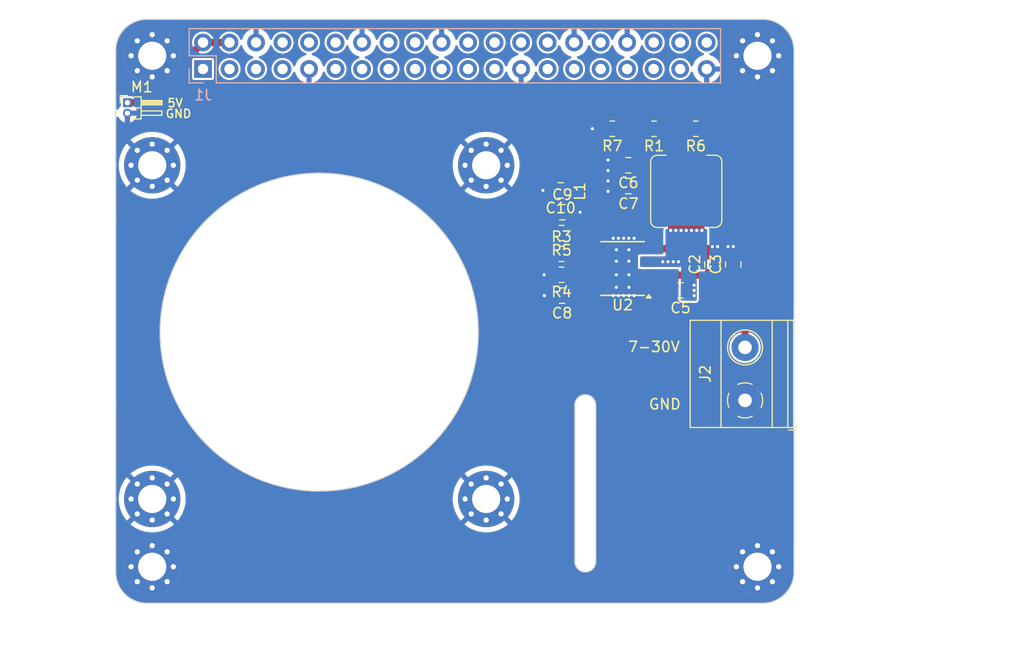
<source format=kicad_pcb>
(kicad_pcb
	(version 20240108)
	(generator "pcbnew")
	(generator_version "8.0")
	(general
		(thickness 1.6)
		(legacy_teardrops no)
	)
	(paper "A3")
	(title_block
		(date "15 nov 2012")
	)
	(layers
		(0 "F.Cu" signal)
		(31 "B.Cu" signal)
		(32 "B.Adhes" user "B.Adhesive")
		(33 "F.Adhes" user "F.Adhesive")
		(34 "B.Paste" user)
		(35 "F.Paste" user)
		(36 "B.SilkS" user "B.Silkscreen")
		(37 "F.SilkS" user "F.Silkscreen")
		(38 "B.Mask" user)
		(39 "F.Mask" user)
		(40 "Dwgs.User" user "User.Drawings")
		(41 "Cmts.User" user "User.Comments")
		(42 "Eco1.User" user "User.Eco1")
		(43 "Eco2.User" user "User.Eco2")
		(44 "Edge.Cuts" user)
		(45 "Margin" user)
		(46 "B.CrtYd" user "B.Courtyard")
		(47 "F.CrtYd" user "F.Courtyard")
		(48 "B.Fab" user)
		(49 "F.Fab" user)
		(50 "User.1" user)
		(51 "User.2" user)
		(52 "User.3" user)
		(53 "User.4" user)
		(54 "User.5" user)
		(55 "User.6" user)
		(56 "User.7" user)
		(57 "User.8" user)
		(58 "User.9" user)
	)
	(setup
		(stackup
			(layer "F.SilkS"
				(type "Top Silk Screen")
			)
			(layer "F.Paste"
				(type "Top Solder Paste")
			)
			(layer "F.Mask"
				(type "Top Solder Mask")
				(color "Green")
				(thickness 0.01)
			)
			(layer "F.Cu"
				(type "copper")
				(thickness 0.035)
			)
			(layer "dielectric 1"
				(type "core")
				(thickness 1.51)
				(material "FR4")
				(epsilon_r 4.5)
				(loss_tangent 0.02)
			)
			(layer "B.Cu"
				(type "copper")
				(thickness 0.035)
			)
			(layer "B.Mask"
				(type "Bottom Solder Mask")
				(color "Green")
				(thickness 0.01)
			)
			(layer "B.Paste"
				(type "Bottom Solder Paste")
			)
			(layer "B.SilkS"
				(type "Bottom Silk Screen")
			)
			(copper_finish "None")
			(dielectric_constraints no)
		)
		(pad_to_mask_clearance 0)
		(allow_soldermask_bridges_in_footprints no)
		(aux_axis_origin 100 100)
		(grid_origin 100 100)
		(pcbplotparams
			(layerselection 0x00010fc_ffffffff)
			(plot_on_all_layers_selection 0x0000000_00000000)
			(disableapertmacros no)
			(usegerberextensions yes)
			(usegerberattributes no)
			(usegerberadvancedattributes no)
			(creategerberjobfile no)
			(dashed_line_dash_ratio 12.000000)
			(dashed_line_gap_ratio 3.000000)
			(svgprecision 6)
			(plotframeref no)
			(viasonmask no)
			(mode 1)
			(useauxorigin no)
			(hpglpennumber 1)
			(hpglpenspeed 20)
			(hpglpendiameter 15.000000)
			(pdf_front_fp_property_popups yes)
			(pdf_back_fp_property_popups yes)
			(dxfpolygonmode yes)
			(dxfimperialunits yes)
			(dxfusepcbnewfont yes)
			(psnegative no)
			(psa4output no)
			(plotreference yes)
			(plotvalue yes)
			(plotfptext yes)
			(plotinvisibletext no)
			(sketchpadsonfab no)
			(subtractmaskfromsilk no)
			(outputformat 1)
			(mirror no)
			(drillshape 0)
			(scaleselection 1)
			(outputdirectory "out")
		)
	)
	(net 0 "")
	(net 1 "GND")
	(net 2 "/GPIO2{slash}SDA1")
	(net 3 "/GPIO3{slash}SCL1")
	(net 4 "/GPIO4{slash}GPCLK0")
	(net 5 "/GPIO14{slash}TXD0")
	(net 6 "/GPIO15{slash}RXD0")
	(net 7 "/GPIO17")
	(net 8 "/GPIO18{slash}PCM.CLK")
	(net 9 "/GPIO27")
	(net 10 "/GPIO22")
	(net 11 "/GPIO23")
	(net 12 "/GPIO24")
	(net 13 "/GPIO10{slash}SPI0.MOSI")
	(net 14 "/GPIO9{slash}SPI0.MISO")
	(net 15 "/GPIO25")
	(net 16 "/GPIO11{slash}SPI0.SCLK")
	(net 17 "/GPIO8{slash}SPI0.CE0")
	(net 18 "/GPIO7{slash}SPI0.CE1")
	(net 19 "/ID_SDA")
	(net 20 "/ID_SCL")
	(net 21 "/GPIO5")
	(net 22 "/GPIO6")
	(net 23 "/GPIO12{slash}PWM0")
	(net 24 "/GPIO13{slash}PWM1")
	(net 25 "/GPIO19{slash}PCM.FS")
	(net 26 "/GPIO16")
	(net 27 "/GPIO26")
	(net 28 "/GPIO20{slash}PCM.DIN")
	(net 29 "/GPIO21{slash}PCM.DOUT")
	(net 30 "+5V")
	(net 31 "+3V3")
	(net 32 "Net-(U2-SS)")
	(net 33 "Net-(U2-COMP)")
	(net 34 "Net-(U2-VSENSE)")
	(net 35 "Net-(U2-BOOT)")
	(net 36 "Net-(J2-Pin_2)")
	(net 37 "Net-(U2-EN)")
	(net 38 "Net-(U2-PH)")
	(net 39 "Net-(R1-Pad1)")
	(net 40 "Net-(C9-Pad1)")
	(footprint "Capacitor_SMD:C_0805_2012Metric" (layer "F.Cu") (at 142.8 62.5))
	(footprint "Capacitor_SMD:C_0805_2012Metric" (layer "F.Cu") (at 149.125 60 180))
	(footprint "MountingHole:MountingHole_2.7mm_Pad_Via" (layer "F.Cu") (at 103.5 90))
	(footprint "Capacitor_SMD:C_0805_2012Metric" (layer "F.Cu") (at 159.175 67.5 90))
	(footprint "Connector_PinHeader_1.00mm:PinHeader_1x02_P1.00mm_Horizontal" (layer "F.Cu") (at 101.125 52))
	(footprint "MountingHole:MountingHole_2.7mm_Pad_Via" (layer "F.Cu") (at 161.5 96.5))
	(footprint "Capacitor_SMD:C_0805_2012Metric" (layer "F.Cu") (at 157.175 67.5 90))
	(footprint "Capacitor_SMD:C_0805_2012Metric" (layer "F.Cu") (at 142.775 70.5 180))
	(footprint "Resistor_SMD:R_0805_2012Metric_Pad1.20x1.40mm_HandSolder" (layer "F.Cu") (at 142.725 66.5))
	(footprint "MountingHole:MountingHole_2.7mm_Pad_Via" (layer "F.Cu") (at 103.5 58))
	(footprint "Resistor_SMD:R_0805_2012Metric" (layer "F.Cu") (at 147.5875 54.5 180))
	(footprint "Resistor_SMD:R_0805_2012Metric" (layer "F.Cu") (at 142.725 64.5 180))
	(footprint "Inductor_SMD:L_Bourns_SRP7028A_7.3x6.6mm" (layer "F.Cu") (at 154.675 60.5 90))
	(footprint "Package_SO:TI_SO-PowerPAD-8_ThermalVias" (layer "F.Cu") (at 148.575 67.9 180))
	(footprint "MountingHole:MountingHole_2.7mm_Pad_Via" (layer "F.Cu") (at 135.5 90))
	(footprint "Capacitor_SMD:C_0805_2012Metric" (layer "F.Cu") (at 149.125 58 180))
	(footprint "Resistor_SMD:R_0805_2012Metric" (layer "F.Cu") (at 155.5875 54.5 180))
	(footprint "Resistor_SMD:R_0805_2012Metric" (layer "F.Cu") (at 142.725 68.5 180))
	(footprint "MountingHole:MountingHole_2.7mm_Pad_Via" (layer "F.Cu") (at 103.5 47.5))
	(footprint "MountingHole:MountingHole_2.7mm_Pad_Via" (layer "F.Cu") (at 135.5 58))
	(footprint "MountingHole:MountingHole_2.7mm_Pad_Via" (layer "F.Cu") (at 103.5 96.5))
	(footprint "Capacitor_SMD:C_0805_2012Metric" (layer "F.Cu") (at 142.6375 60.4125 180))
	(footprint "MountingHole:MountingHole_2.7mm_Pad_Via" (layer "F.Cu") (at 161.5 47.5))
	(footprint "TerminalBlock_Phoenix:TerminalBlock_Phoenix_MKDS-1,5-2-5.08_1x02_P5.08mm_Horizontal" (layer "F.Cu") (at 160.305 80.545 90))
	(footprint "Capacitor_SMD:C_0805_2012Metric" (layer "F.Cu") (at 154.125 70 180))
	(footprint "Resistor_SMD:R_0805_2012Metric" (layer "F.Cu") (at 151.5875 54.5 180))
	(footprint "Connector_PinSocket_2.54mm:PinSocket_2x20_P2.54mm_Vertical" (layer "B.Cu") (at 108.37 48.77 -90))
	(gr_rect
		(start 166 81.825)
		(end 187 97.675)
		(locked yes)
		(stroke
			(width 0.1)
			(type solid)
		)
		(fill none)
		(layer "Dwgs.User")
		(uuid "0361f1e7-3200-462a-a139-1890cc8ecc5d")
	)
	(gr_line
		(start 165 47)
		(end 165 46.5)
		(stroke
			(width 0.1)
			(type solid)
		)
		(layer "Dwgs.User")
		(uuid "1c827ef1-a4b7-41e6-9843-2391dad87159")
	)
	(gr_rect
		(start 169.9 64.45)
		(end 187 77.55)
		(locked yes)
		(stroke
			(width 0.1)
			(type solid)
		)
		(fill none)
		(layer "Dwgs.User")
		(uuid "29df31ed-bd0f-485f-bd0e-edc97e11b54b")
	)
	(gr_line
		(start 103.5 92.95)
		(end 135.5 92.95)
		(stroke
			(width 0.1)
			(type default)
		)
		(layer "Dwgs.User")
		(uuid "2db5dbc6-a827-402a-a66d-87a298d74a3d")
	)
	(gr_line
		(start 100 47)
		(end 100 46.5)
		(stroke
			(width 0.1)
			(type solid)
		)
		(layer "Dwgs.User")
		(uuid "5003d121-afa9-4506-b1cb-3d24d05e3522")
	)
	(gr_rect
		(start 169.9 46.355925)
		(end 187 59.455925)
		(locked yes)
		(stroke
			(width 0.1)
			(type solid)
		)
		(fill none)
		(layer "Dwgs.User")
		(uuid "55c2b75d-5e45-4a08-ab83-0bcdd5f03b6a")
	)
	(gr_line
		(start 100.55 90)
		(end 100.55 58)
		(stroke
			(width 0.1)
			(type default)
		)
		(layer "Dwgs.User")
		(uuid "974b9994-9a5b-457b-87a1-2d0011cde0f9")
	)
	(gr_line
		(start 103.5 55.3)
		(end 135.5 55.3)
		(stroke
			(width 0.1)
			(type default)
		)
		(layer "Dwgs.User")
		(uuid "9e44434d-5170-4321-b8f1-380919106248")
	)
	(gr_line
		(start 138.45 58)
		(end 138.45 90)
		(stroke
			(width 0.1)
			(type default)
		)
		(layer "Dwgs.User")
		(uuid "e09366d2-f0dc-47c0-9e62-a0d5fb9f4ee2")
	)
	(gr_arc
		(start 162 44)
		(mid 164.12132 44.87868)
		(end 165 47)
		(stroke
			(width 0.1)
			(type solid)
		)
		(layer "Edge.Cuts")
		(uuid "22a2f42c-876a-42fd-9fcb-c4fcc64c52f2")
	)
	(gr_line
		(start 165 97)
		(end 165 47)
		(stroke
			(width 0.1)
			(type solid)
		)
		(layer "Edge.Cuts")
		(uuid "28e9ec81-3c9e-45e1-be06-2c4bf6e056f0")
	)
	(gr_line
		(start 100 47)
		(end 100 63)
		(stroke
			(width 0.1)
			(type solid)
		)
		(layer "Edge.Cuts")
		(uuid "37914bed-263c-4116-a3f8-80eebeda652f")
	)
	(gr_line
		(start 146 81)
		(end 146 96)
		(stroke
			(width 0.1)
			(type solid)
		)
		(layer "Edge.Cuts")
		(uuid "79c07597-5ab9-4d26-b4b3-a70ae9dcd11d")
	)
	(gr_circle
		(center 119.5 74)
		(end 134.739751 74)
		(stroke
			(width 0.1)
			(type default)
		)
		(fill none)
		(layer "Edge.Cuts")
		(uuid "7a40680f-aeea-4d02-87d7-a84de82e0a6a")
	)
	(gr_line
		(start 100 63)
		(end 100 81)
		(stroke
			(width 0.05)
			(type default)
		)
		(layer "Edge.Cuts")
		(uuid "8101c31a-5fda-4c25-addd-388db30cc2cc")
	)
	(gr_line
		(start 144 96)
		(end 144 81)
		(stroke
			(width 0.1)
			(type solid)
		)
		(layer "Edge.Cuts")
		(uuid "81e492f6-268f-4ce2-bb45-32834e67e85b")
	)
	(gr_arc
		(start 103 100)
		(mid 100.87868 99.12132)
		(end 100 97)
		(stroke
			(width 0.1)
			(type solid)
		)
		(layer "Edge.Cuts")
		(uuid "8472a348-457a-4fa7-a2e1-f3c62839464b")
	)
	(gr_line
		(start 103 100)
		(end 162 100)
		(stroke
			(width 0.1)
			(type solid)
		)
		(layer "Edge.Cuts")
		(uuid "8a7173fa-a5b9-4168-a27e-ca55f1177d0d")
	)
	(gr_arc
		(start 144 81)
		(mid 145 80)
		(end 146 81)
		(stroke
			(width 0.1)
			(type solid)
		)
		(layer "Edge.Cuts")
		(uuid "b6c3db4f-e418-4da3-aef6-5010435bcf13")
	)
	(gr_arc
		(start 165 97)
		(mid 164.12132 99.12132)
		(end 162 100)
		(stroke
			(width 0.1)
			(type solid)
		)
		(layer "Edge.Cuts")
		(uuid "c7b345f0-09d6-40ac-8b3c-c73de04b41ce")
	)
	(gr_arc
		(start 100 47)
		(mid 100.87868 44.87868)
		(end 103 44)
		(stroke
			(width 0.1)
			(type solid)
		)
		(layer "Edge.Cuts")
		(uuid "ccd65f21-b02e-4d31-b8df-11f6ca2d4d24")
	)
	(gr_arc
		(start 146 96)
		(mid 145 97)
		(end 144 96)
		(stroke
			(width 0.1)
			(type solid)
		)
		(layer "Edge.Cuts")
		(uuid "d4c39290-1388-499e-abdc-d2c7dce5190a")
	)
	(gr_line
		(start 100 81)
		(end 100 97)
		(stroke
			(width 0.1)
			(type solid)
		)
		(layer "Edge.Cuts")
		(uuid "e7760343-1bc1-4276-98d8-48a16a705580")
	)
	(gr_line
		(start 162 44)
		(end 103 44)
		(stroke
			(width 0.1)
			(type solid)
		)
		(layer "Edge.Cuts")
		(uuid "fca60233-ea1e-489e-a685-c8fb6788f150")
	)
	(gr_text "GND"
		(at 104.699825 53.524704 0)
		(layer "F.SilkS")
		(uuid "4f60e599-67ef-4f7b-a7bf-0f28e2a30dac")
		(effects
			(font
				(size 0.8 0.8)
				(thickness 0.15)
			)
			(justify left bottom)
		)
	)
	(gr_text "7-30V"
		(at 149 76 0)
		(layer "F.SilkS")
		(uuid "786591bc-b943-466f-8f65-eece6e63a90f")
		(effects
			(font
				(size 1 1)
				(thickness 0.15)
			)
			(justify left bottom)
		)
	)
	(gr_text "5V"
		(at 104.875 52.5 0)
		(layer "F.SilkS")
		(uuid "b0a7eb94-a850-4d4f-a80a-cf8a7df46fc5")
		(effects
			(font
				(size 0.8 0.8)
				(thickness 0.15)
			)
			(justify left bottom)
		)
	)
	(gr_text "GND"
		(at 151 81.5 0)
		(layer "F.SilkS")
		(uuid "f0220272-a617-4724-b652-fd0a809d3a12")
		(effects
			(font
				(size 1 1)
				(thickness 0.15)
			)
			(justify left bottom)
		)
	)
	(gr_text "USB"
		(at 177.724 71.552 0)
		(layer "Dwgs.User")
		(uuid "00000000-0000-0000-0000-0000580cbbe9")
		(effects
			(font
				(size 2 2)
				(thickness 0.15)
			)
		)
	)
	(gr_text "RJ45"
		(at 176.2 89.84 0)
		(layer "Dwgs.User")
		(uuid "00000000-0000-0000-0000-0000580cbbeb")
		(effects
			(font
				(size 2 2)
				(thickness 0.15)
			)
		)
	)
	(gr_text "CAMERA (OPTIONAL)"
		(at 145 88.5 90)
		(layer "Dwgs.User")
		(uuid "1811fd1a-b55e-4d16-931d-f9ec6a9e16f7")
		(effects
			(font
				(size 1 1)
				(thickness 0.15)
			)
		)
	)
	(gr_text "USB"
		(at 178.232 52.248 0)
		(layer "Dwgs.User")
		(uuid "3b108586-2520-4867-9c38-7334a1000bb5")
		(effects
			(font
				(size 2 2)
				(thickness 0.15)
			)
		)
	)
	(dimension
		(type aligned)
		(layer "Dwgs.User")
		(uuid "4f1c9eab-5af6-4975-a534-f42e93724475")
		(pts
			(xy 103.5 90) (xy 103.5 58)
		)
		(height -8.5)
		(gr_text "32.0000 mm"
			(at 93.85 74 90)
			(layer "Dwgs.User")
			(uuid "4f1c9eab-5af6-4975-a534-f42e93724475")
			(effects
				(font
					(size 1 1)
					(thickness 0.15)
				)
			)
		)
		(format
			(prefix "")
			(suffix "")
			(units 3)
			(units_format 1)
			(precision 4)
		)
		(style
			(thickness 0.1)
			(arrow_length 1.27)
			(text_position_mode 0)
			(extension_height 0.58642)
			(extension_offset 0.5) keep_text_aligned)
	)
	(dimension
		(type aligned)
		(layer "Dwgs.User")
		(uuid "529f365f-3ed3-46ce-a910-523daaa02f00")
		(pts
			(xy 135.5 90) (xy 103.5 90)
		)
		(height -15.5)
		(gr_text "32.0000 mm"
			(at 119.5 104.35 0)
			(layer "Dwgs.User")
			(uuid "529f365f-3ed3-46ce-a910-523daaa02f00")
			(effects
				(font
					(size 1 1)
					(thickness 0.15)
				)
			)
		)
		(format
			(prefix "")
			(suffix "")
			(units 3)
			(units_format 1)
			(precision 4)
		)
		(style
			(thickness 0.1)
			(arrow_length 1.27)
			(text_position_mode 0)
			(extension_height 0.58642)
			(extension_offset 0.5) keep_text_aligned)
	)
	(segment
		(start 145.675 54.5)
		(end 146.675 54.5)
		(width 0.2)
		(layer "F.Cu")
		(net 1)
		(uuid "281efc35-0fd2-4022-86c5-2d67dde9095d")
	)
	(segment
		(start 149.28 65.995)
		(end 149.175 66.1)
		(width 0.7)
		(layer "F.Cu")
		(net 1)
		(uuid "3e49fea6-81c9-49be-b78b-a9c31c570a74")
	)
	(segment
		(start 143.75 62.5)
		(end 144.5 62.5)
		(width 0.2)
		(layer "F.Cu")
		(net 1)
		(uuid "5ea6c3d1-38c4-4cdb-9423-94ac4e31b064")
	)
	(segment
		(start 141.075 70.5)
		(end 141.825 70.5)
		(width 0.2)
		(layer "F.Cu")
		(net 1)
		(uuid "67f9d79c-072b-48e1-b9d8-7f280c78887b")
	)
	(segment
		(start 140.9375 60.4125)
		(end 141.6875 60.4125)
		(width 0.2)
		(layer "F.Cu")
		(net 1)
		(uuid "735c4094-6b3d-4e6a-afa9-a92c05ac7d52")
	)
	(segment
		(start 151.275 65.995)
		(end 159.17 65.995)
		(width 0.7)
		(layer "F.Cu")
		(net 1)
		(uuid "96725bb3-8557-4e62-a232-0aa62a4b9233")
	)
	(segment
		(start 141.045 68.5)
		(end 141.8125 68.5)
		(width 0.2)
		(layer "F.Cu")
		(net 1)
		(uuid "a75f076e-bad8-4a0f-8684-d5245b162967")
	)
	(segment
		(start 151.275 65.995)
		(end 149.28 65.995)
		(width 0.7)
		(layer "F.Cu")
		(net 1)
		(uuid "cdc2c5cf-6bd8-4fd5-82b5-68873a5621e1")
	)
	(segment
		(start 159.17 65.995)
		(end 159.175 66)
		(width 0.7)
		(layer "F.Cu")
		(net 1)
		(uuid "da6e0b8c-0227-471a-b4c5-ff5a84d92c9c")
	)
	(via
		(at 158.675 65.8)
		(size 0.5)
		(drill 0.3)
		(layers "F.Cu" "B.Cu")
		(net 1)
		(uuid "2377a015-c5e4-4c1b-894c-9e37817f3dcc")
	)
	(via
		(at 149.175 65)
		(size 0.5)
		(drill 0.3)
		(layers "F.Cu" "B.Cu")
		(net 1)
		(uuid "2c6426c8-6271-4f6c-af1a-8a2065ebbf74")
	)
	(via
		(at 147.675 65)
		(size 0.5)
		(drill 0.3)
		(layers "F.Cu" "B.Cu")
		(net 1)
		(uuid "3a64a9db-82ea-4cac-84ab-f1ee7e40f53d")
	)
	(via
		(at 157.675 65.8)
		(size 0.5)
		(drill 0.3)
		(layers "F.Cu" "B.Cu")
		(net 1)
		(uuid "3b1e4f56-9a3c-42bd-953b-d7cf265956fd")
	)
	(via
		(at 148.675 70.5)
		(size 0.5)
		(drill 0.3)
		(layers "F.Cu" "B.Cu")
		(net 1)
		(uuid "3e978950-4267-4855-9b03-94ba5ac0c555")
	)
	(via
		(at 147.675 70.5)
		(size 0.5)
		(drill 0.3)
		(layers "F.Cu" "B.Cu")
		(net 1)
		(uuid "3f7f0bba-d54e-448c-ac18-feee9003d982")
	)
	(via
		(at 144.5 62.5)
		(size 0.5)
		(drill 0.3)
		(layers "F.Cu" "B.Cu")
		(net 1)
		(uuid "532250ba-d75f-4dc3-904a-068499d1ad69")
	)
	(via
		(at 159.175 65.8)
		(size 0.5)
		(drill 0.3)
		(layers "F.Cu" "B.Cu")
		(net 1)
		(uuid "5628e66d-419c-40e8-b36a-ebd89ddb3f0c")
	)
	(via
		(at 149.675 70.5)
		(size 0.5)
		(drill 0.3)
		(layers "F.Cu" "B.Cu")
		(net 1)
		(uuid "6f397057-958b-4963-aa02-a68301edf74e")
	)
	(via
		(at 148.675 65)
		(size 0.5)
		(drill 0.3)
		(layers "F.Cu" "B.Cu")
		(net 1)
		(uuid "78b20a62-6a2a-4e4a-8b19-539a857d6606")
	)
	(via
		(at 140.9375 60.4125)
		(size 0.5)
		(drill 0.3)
		(layers "F.Cu" "B.Cu")
		(net 1)
		(uuid "809f7198-c353-4ed0-8b2a-20448126266f")
	)
	(via
		(at 148.175 70.5)
		(size 0.5)
		(drill 0.3)
		(layers "F.Cu" "B.Cu")
		(net 1)
		(uuid "810dd8af-4dea-4b2c-964c-a445e030a5bd")
	)
	(via
		(at 149.675 65)
		(size 0.5)
		(drill 0.3)
		(layers "F.Cu" "B.Cu")
		(net 1)
		(uuid "88ec7c52-e61e-4bd0-90ca-133ccf7f6f6f")
	)
	(via
		(at 147.175 57.5)
		(size 0.5)
		(drill 0.3)
		(layers "F.Cu" "B.Cu")
		(net 1)
		(uuid "8f35fce6-d6aa-4308-af6b-b602b97c4d37")
	)
	(via
		(at 157.175 65.8)
		(size 0.5)
		(drill 0.3)
		(layers "F.Cu" "B.Cu")
		(net 1)
		(uuid "a32f1432-3389-4865-b27b-2102a2ecc351")
	)
	(via
		(at 141.045 68.5)
		(size 0.5)
		(drill 0.3)
		(layers "F.Cu" "B.Cu")
		(net 1)
		(uuid "a485b64d-f479-425c-9838-df03a553415c")
	)
	(via
		(at 147.175 60.5)
		(size 0.5)
		(drill 0.3)
		(layers "F.Cu" "B.Cu")
		(net 1)
		(uuid "af747432-e2fe-4cf9-b502-90d5433bb14e")
	)
	(via
		(at 145.675 54.5)
		(size 0.5)
		(drill 0.3)
		(layers "F.Cu" "B.Cu")
		(net 1)
		(uuid "b30037c8-ca47-4304-a1b1-e604c0fd5239")
	)
	(via
		(at 148.175 65)
		(size 0.5)
		(drill 0.3)
		(layers "F.Cu" "B.Cu")
		(net 1)
		(uuid "b878b724-3083-4f12-94a9-a1ba83662bff")
	)
	(via
		(at 147.175 59.5)
		(size 0.5)
		(drill 0.3)
		(layers "F.Cu" "B.Cu")
		(net 1)
		(uuid "dfd30fd7-65fd-4be6-9062-1d92d733b159")
	)
	(via
		(at 141.075 70.5)
		(size 0.5)
		(drill 0.3)
		(layers "F.Cu" "B.Cu")
		(net 1)
		(uuid "e1cb3f30-8cc9-4785-925c-bdfcd1509b30")
	)
	(via
		(at 149.175 70.5)
		(size 0.5)
		(drill 0.3)
		(layers "F.Cu" "B.Cu")
		(net 1)
		(uuid "ef390930-9861-4ac5-a905-2fdad2161904")
	)
	(via
		(at 147.175 58.5)
		(size 0.5)
		(drill 0.3)
		(layers "F.Cu" "B.Cu")
		(net 1)
		(uuid "f8a86b01-3d9c-42fd-8ea5-2ec3f990cba4")
	)
	(segment
		(start 157.225 57.775)
		(end 159 56)
		(width 1)
		(layer "F.Cu")
		(net 30)
		(uuid "0a180fbf-bb7f-4f26-934c-758bf901c48e")
	)
	(segment
		(start 101.125 52)
		(end 105.5 52)
		(width 0.7)
		(layer "F.Cu")
		(net 30)
		(uuid "1167df2e-c880-4ff4-8dbe-afaf4e5e7452")
	)
	(segment
		(start 158 51.5)
		(end 107.5 51.5)
		(width 1)
		(layer "F.Cu")
		(net 30)
		(uuid "1d28c3f4-ce9b-484d-863b-74a41d8fa45f")
	)
	(segment
		(start 106.75 47.85)
		(end 106.75 50.75)
		(width 0.7)
		(layer "F.Cu")
		(net 30)
		(uuid "28f99762-545e-47ab-a711-0d5c536ba7cf")
	)
	(segment
		(start 156.5 54.5)
		(end 156.5 55.425)
		(width 0.2)
		(layer "F.Cu")
		(net 30)
		(uuid "2fc3cf07-6f50-491b-a771-e6ac5eaafe1d")
	)
	(segment
		(start 108.37 46.23)
		(end 106.75 47.85)
		(width 0.7)
		(layer "F.Cu")
		(net 30)
		(uuid "43ef079a-3ab3-4484-a283-135af13f6cc4")
	)
	(segment
		(start 107.5 51.5)
		(end 106.75 50.75)
		(width 1)
		(layer "F.Cu")
		(net 30)
		(uuid "49065116-830b-4849-8638-ecb3e475d5ef")
	)
	(segment
		(start 110.91 46.23)
		(end 108.37 46.23)
		(width 0.7)
		(layer "F.Cu")
		(net 30)
		(uuid "73063504-1bb5-4eb1-87e4-098636eb59b8")
	)
	(segment
		(start 154.675 57.25)
		(end 154.675 57.775)
		(width 0.2)
		(layer "F.Cu")
		(net 30)
		(uuid "7f427bde-0bf5-4d3a-9835-d0d04f55400d")
	)
	(segment
		(start 105.5 52)
		(end 106.75 50.75)
		(width 0.7)
		(layer "F.Cu")
		(net 30)
		(uuid "a744c45a-77f0-4d4b-a452-6d0c272a3f86")
	)
	(segment
		(start 154.675 57.775)
		(end 157.225 57.775)
		(width 1)
		(layer "F.Cu")
		(net 30)
		(uuid "b1aa9d25-de5c-4091-a1c3-2ed8001b8fb3")
	)
	(segment
		(start 159 52.5)
		(end 158 51.5)
		(width 1)
		(layer "F.Cu")
		(net 30)
		(uuid "b6be2d8d-ac7f-4b05-8f0c-3316011f6fe5")
	)
	(segment
		(start 156.5 55.425)
		(end 154.675 57.25)
		(width 0.2)
		(layer "F.Cu")
		(net 30)
		(uuid "c2234d28-a4d4-4355-9804-6d3e83604731")
	)
	(segment
		(start 159 56)
		(end 159 52.5)
		(width 1)
		(layer "F.Cu")
		(net 30)
		(uuid "f0630a19-c825-4997-90f9-396235a57c34")
	)
	(segment
		(start 145.875 69.805)
		(end 144.42 69.805)
		(width 0.2)
		(layer "F.Cu")
		(net 32)
		(uuid "20ae80e3-55c9-4a1d-a622-0ce7ecdde1a4")
	)
	(segment
		(start 144.42 69.805)
		(end 143.725 70.5)
		(width 0.2)
		(layer "F.Cu")
		(net 32)
		(uuid "7644a93d-d6c9-461f-8ed8-50e77cac39cf")
	)
	(segment
		(start 145.05 61.05)
		(end 144.4125 60.4125)
		(width 0.2)
		(layer "F.Cu")
		(net 33)
		(uuid "174f84aa-9d45-4337-b551-acd4a29524ae")
	)
	(segment
		(start 145.47 67.265)
		(end 144.625 66.42)
		(width 0.2)
		(layer "F.Cu")
		(net 33)
		(uuid "1edd71fc-022f-45ec-944f-da4fcee8ed66")
	)
	(segment
		(start 145.05 65.075)
		(end 145.05 61.05)
		(width 0.2)
		(layer "F.Cu")
		(net 33)
		(uuid "27c79b8f-0325-4c6a-a578-83d4c3e27910")
	)
	(segment
		(start 144.625 65.5)
		(end 145.05 65.075)
		(width 0.2)
		(layer "F.Cu")
		(net 33)
		(uuid "36f4db8e-7393-4b2f-94e3-3425daf4cec2")
	)
	(segment
		(start 145.875 67.265)
		(end 145.47 67.265)
		(width 0.2)
		(layer "F.Cu")
		(net 33)
		(uuid "4475779e-7c3c-412b-9a7d-b4ec3bf323c7")
	)
	(segment
		(start 143.6375 64.5)
		(end 144.625 65.4875)
		(width 0.2)
		(layer "F.Cu")
		(net 33)
		(uuid "51d8be77-c1b0-40ca-b46a-cb6590e8433b")
	)
	(segment
		(start 144.4125 60.4125)
		(end 143.5875 60.4125)
		(width 0.2)
		(layer "F.Cu")
		(net 33)
		(uuid "69661936-2c4a-4969-b129-b1409cb0cbd3")
	)
	(segment
		(start 143.5 60.5)
		(end 143.5875 60.4125)
		(width 0.2)
		(layer "F.Cu")
		(net 33)
		(uuid "6a6c2bf4-0315-4772-a514-cfa5fa992e22")
	)
	(segment
		(start 144.625 65.5)
		(end 144.625 65.4875)
		(width 0.2)
		(layer "F.Cu")
		(net 33)
		(uuid "a0fb3fa0-bea8-4bd7-9463-fccb0d846461")
	)
	(segment
		(start 144.625 66.42)
		(end 144.625 65.5)
		(width 0.2)
		(layer "F.Cu")
		(net 33)
		(uuid "a5b62362-3839-438e-9be2-b9f881e75368")
	)
	(segment
		(start 145.875 65.995)
		(end 145.875 57.125)
		(width 0.2)
		(layer "F.Cu")
		(net 34)
		(uuid "90f60171-138b-4cf7-972c-4c299373ee4a")
	)
	(segment
		(start 145.875 57.125)
		(end 148.5 54.5)
		(width 0.2)
		(layer "F.Cu")
		(net 34)
		(uuid "faa6eae4-2829-4ea5-9b4c-8a7dc417f571")
	)
	(segment
		(start 148.5 54.5)
		(end 150.675 54.5)
		(width 0.2)
		(layer "F.Cu")
		(net 34)
		(uuid "fc54930e-34e4-4628-899e-7de281b3b528")
	)
	(segment
		(start 151.275 69.805)
		(end 152.98 69.805)
		(width 0.2)
		(layer "F.Cu")
		(net 35)
		(uuid "5b185384-d2b4-45dd-bb05-dbac7f5bb50c")
	)
	(segment
		(start 152.98 69.805)
		(end 153.175 70)
		(width 0.2)
		(layer "F.Cu")
		(net 35)
		(uuid "65da23cb-18c3-4ec1-aa0d-773f418e1bc2")
	)
	(segment
		(start 156.175 72)
		(end 156.675 71.5)
		(width 0.2)
		(layer "F.Cu")
		(net 36)
		(uuid "108fbb58-5621-48ee-9864-989c5c34a4f2")
	)
	(segment
		(start 141.175 66.5)
		(end 140.175 67.5)
		(width 0.2)
		(layer "F.Cu")
		(net 36)
		(uuid "2aca19dd-c566-4986-b542-41c15e5751e6")
	)
	(segment
		(start 156.675 68.95)
		(end 157.175 68.45)
		(width 0.2)
		(layer "F.Cu")
		(net 36)
		(uuid "33b7ebee-5af6-4f76-85c5-17fa3b25666e")
	)
	(segment
		(start 140.175 71.5)
		(end 140.675 72)
		(width 0.2)
		(layer "F.Cu")
		(net 36)
		(uuid "43c3515e-b6f4-4f8c-8ce9-fe9caeaaed37")
	)
	(segment
		(start 151.275 68.535)
		(end 157.09 68.535)
		(width 0.7)
		(layer "F.Cu")
		(net 36)
		(uuid "604849f5-b796-4ff8-a174-e71424ab9585")
	)
	(segment
		(start 159.175 68.45)
		(end 157.175 68.45)
		(width 0.7)
		(layer "F.Cu")
		(net 36)
		(uuid "6cfc4e01-271a-4434-8018-6b95ca7beb65")
	)
	(segment
		(start 157.09 68.535)
		(end 157.175 68.45)
		(width 0.7)
		(layer "F.Cu")
		(net 36)
		(uuid "798cc10d-e7de-4695-8145-acf86a95d730")
	)
	(segment
		(start 140.175 67.5)
		(end 140.175 71.5)
		(width 0.2)
		(layer "F.Cu")
		(net 36)
		(uuid "7a58af98-3a78-41fe-a882-d818020b01a2")
	)
	(segment
		(start 160.305 75.465)
		(end 160.305 69.58)
		(width 0.7)
		(layer "F.Cu")
		(net 36)
		(uuid "a020bec7-0e3a-43e6-9c0f-21190c24aaa6")
	)
	(segment
		(start 141.725 66.5)
		(end 141.175 66.5)
		(width 0.2)
		(layer "F.Cu")
		(net 36)
		(uuid "c0dd4295-b578-4d43-acaa-0f36284cb74f")
	)
	(segment
		(start 140.675 72)
		(end 156.175 72)
		(width 0.2)
		(layer "F.Cu")
		(net 36)
		(uuid "c3ed78b2-f58d-41ce-adf4-3d0675524440")
	)
	(segment
		(start 156.675 71.5)
		(end 156.675 68.95)
		(width 0.2)
		(layer "F.Cu")
		(net 36)
		(uuid "ddff7fe0-f46f-4a6f-8b03-71d5a3a92eec")
	)
	(segment
		(start 160.305 69.58)
		(end 159.175 68.45)
		(width 0.7)
		(layer "F.Cu")
		(net 36)
		(uuid "fd1f55b1-7246-4591-be1c-c90347e20951")
	)
	(segment
		(start 143.6375 68.5)
		(end 145.84 68.5)
		(width 0.2)
		(layer "F.Cu")
		(net 37)
		(uuid "26641016-9b70-43ef-9f9c-58e20cdce49a")
	)
	(segment
		(start 143.725 66.5)
		(end 143.725 68.4125)
		(width 0.2)
		(layer "F.Cu")
		(net 37)
		(uuid "4a6102d1-d546-45ce-956d-46fb974d4438")
	)
	(segment
		(start 145.84 68.5)
		(end 145.875 68.535)
		(width 0.2)
		(layer "F.Cu")
		(net 37)
		(uuid "534ccf88-8ab5-45e6-a29f-f647b9ccb760")
	)
	(segment
		(start 143.725 68.4125)
		(end 143.6375 68.5)
		(width 0.2)
		(layer "F.Cu")
		(net 37)
		(uuid "f8e27d69-1637-4497-af95-6950be072566")
	)
	(via
		(at 156.175 64.25)
		(size 0.5)
		(drill 0.3)
		(layers "F.Cu" "B.Cu")
		(net 38)
		(uuid "14befd8d-8f3e-4f45-916f-bd57a0472a7a")
	)
	(via
		(at 155.175 64.25)
		(size 0.5)
		(drill 0.3)
		(layers "F.Cu" "B.Cu")
		(net 38)
		(uuid "21190211-4fde-497c-888f-33bdbfecde79")
	)
	(via
		(at 155.425 69.5)
		(size 0.5)
		(drill 0.3)
		(layers "F.Cu" "B.Cu")
		(net 38)
		(uuid "342e4622-f501-4c74-a79b-20815a1b3dbb")
	)
	(via
		(at 152.925 67.25)
		(size 0.5)
		(drill 0.3)
		(layers "F.Cu" "B.Cu")
		(net 38)
		(uuid "40803d92-0452-4fba-80e3-509714974ab4")
	)
	(via
		(at 153.425 67.25)
		(size 0.5)
		(drill 0.3)
		(layers "F.Cu" "B.Cu")
		(net 38)
		(uuid "44b99f72-b741-4190-ad7d-8bdd5d42b761")
	)
	(via
		(at 154.675 64.25)
		(size 0.5)
		(drill 0.3)
		(layers "F.Cu" "B.Cu")
		(net 38)
		(uuid "604a627d-cebf-4ed5-bd1e-992040b3995f")
	)
	(via
		(at 155.675 64.25)
		(size 0.5)
		(drill 0.3)
		(layers "F.Cu" "B.Cu")
		(net 38)
		(uuid "a8a3a2e3-2f58-4c4b-8718-9330d9272225")
	)
	(via
		(at 153.675 64.25)
		(size 0.5)
		(drill 0.3)
		(layers "F.Cu" "B.Cu")
		(net 38)
		(uuid "c5527791-b82b-4178-a7ed-ad39f04f0e27")
	)
	(via
		(at 154.175 64.25)
		(size 0.5)
		(drill 0.3)
		(layers "F.Cu" "B.Cu")
		(net 38)
		(uuid "cb800feb-1f1b-4c63-b1be-4c7b6e5fbea2")
	)
	(via
		(at 155.425 70.5)
		(size 0.5)
		(drill 0.3)
		(layers "F.Cu" "B.Cu")
		(net 38)
		(uuid "d1d23687-34ba-49f4-a84c-915264b9f56a")
	)
	(via
		(at 155.425 70)
		(size 0.5)
		(drill 0.3)
		(layers "F.Cu" "B.Cu")
		(net 38)
		(uuid "d830fae1-8ac7-413b-a7f7-7f04ac300cba")
	)
	(via
		(at 153.175 64.25)
		(size 0.5)
		(drill 0.3)
		(layers "F.Cu" "B.Cu")
		(net 38)
		(uuid "ea3db0d5-044a-4591-b08c-2de6bc96965a")
	)
	(via
		(at 153.925 67.25)
		(size 0.5)
		(drill 0.3)
		(layers "F.Cu" "B.Cu")
		(net 38)
		(uuid "f71c925a-61f0-4eff-bae7-fe435d1b44d0")
	)
	(via
		(at 152.425 67.25)
		(size 0.5)
		(drill 0.3)
		(layers "F.Cu" "B.Cu")
		(net 38)
		(uuid "f8db6338-8480-4e21-a0ea-271af455ff7d")
	)
	(segment
		(start 152.5 54.5)
		(end 154.675 54.5)
		(width 0.2)
		(layer "F.Cu")
		(net 39)
		(uuid "3492ef78-6d09-4ddb-916c-7aaf166517c7")
	)
	(segment
		(start 141.8125 64.5)
		(end 141.8125 62.5375)
		(width 0.2)
		(layer "F.Cu")
		(net 40)
		(uuid "09fb25e0-5b99-4442-a9c7-cf24636ef5d0")
	)
	(segment
		(start 141.8125 62.5375)
		(end 141.85 62.5)
		(width 0.2)
		(layer "F.Cu")
		(net 40)
		(uuid "66444e28-d868-40f6-93d3-c886c3456b76")
	)
	(zone
		(net 30)
		(net_name "+5V")
		(layer "F.Cu")
		(uuid "02f1671f-c674-4370-a8f3-24c4745cda30")
		(hatch edge 0.5)
		(priority 3)
		(connect_pads no
			(clearance 0)
		)
		(min_thickness 0.25)
		(filled_areas_thickness no)
		(fill yes
			(thermal_gap 0.5)
			(thermal_bridge_width 0.5)
			(island_removal_mode 1)
			(island_area_min 10)
		)
		(polygon
			(pts
				(xy 149.675 61) (xy 149.675 56) (xy 156.675 56) (xy 156.675 61)
			)
		)
		(filled_polygon
			(layer "F.Cu")
			(pts
				(xy 156.618039 56.019685) (xy 156.663794 56.072489) (xy 156.675 56.124) (xy 156.675 60.876) (xy 156.655315 60.943039)
				(xy 156.602511 60.988794) (xy 156.551 61) (xy 149.799 61) (xy 149.731961 60.980315) (xy 149.686206 60.927511)
				(xy 149.675 60.876) (xy 149.675 60.849) (xy 149.694685 60.781961) (xy 149.747489 60.736206) (xy 149.799 60.725)
				(xy 150.349626 60.725) (xy 150.349628 60.724999) (xy 150.42254 60.710496) (xy 150.422544 60.710494)
				(xy 150.505239 60.655239) (xy 150.560494 60.572544) (xy 150.560496 60.57254) (xy 150.574999 60.499628)
				(xy 150.575 60.499626) (xy 150.575 59.500373) (xy 150.574999 59.500371) (xy 150.560496 59.427459)
				(xy 150.560494 59.427455) (xy 150.505239 59.34476) (xy 150.422544 59.289505) (xy 150.42254 59.289503)
				(xy 150.349627 59.275) (xy 149.799 59.275) (xy 149.731961 59.255315) (xy 149.727356 59.25) (xy 152.925 59.25)
				(xy 156.425 59.25) (xy 156.425 56.3) (xy 152.925 56.3) (xy 152.925 59.25) (xy 149.727356 59.25)
				(xy 149.686206 59.202511) (xy 149.675 59.151) (xy 149.675 58.849) (xy 149.694685 58.781961) (xy 149.747489 58.736206)
				(xy 149.799 58.725) (xy 150.349626 58.725) (xy 150.349628 58.724999) (xy 150.42254 58.710496) (xy 150.422544 58.710494)
				(xy 150.505239 58.655239) (xy 150.560494 58.572544) (xy 150.560496 58.57254) (xy 150.574999 58.499628)
				(xy 150.575 58.499626) (xy 150.575 57.500373) (xy 150.574999 57.500371) (xy 150.560496 57.427459)
				(xy 150.560494 57.427455) (xy 150.505239 57.34476) (xy 150.422544 57.289505) (xy 150.42254 57.289503)
				(xy 150.349627 57.275) (xy 149.799 57.275) (xy 149.731961 57.255315) (xy 149.686206 57.202511) (xy 149.675 57.151)
				(xy 149.675 56.124) (xy 149.694685 56.056961) (xy 149.747489 56.011206) (xy 149.799 56) (xy 156.551 56)
			)
		)
	)
	(zone
		(net 1)
		(net_name "GND")
		(layer "F.Cu")
		(uuid "283db634-0d9f-4a02-8d11-906a72037007")
		(hatch edge 0.5)
		(priority 2)
		(connect_pads no
			(clearance 0)
		)
		(min_thickness 0.25)
		(filled_areas_thickness no)
		(fill yes
			(thermal_gap 0.5)
			(thermal_bridge_width 0.5)
			(island_removal_mode 1)
			(island_area_min 10)
		)
		(polygon
			(pts
				(xy 149.175 61.5) (xy 149.175 56.5) (xy 147.175 56.5) (xy 147.175 61.5)
			)
		)
		(filled_polygon
			(layer "F.Cu")
			(pts
				(xy 149.118039 56.519685) (xy 149.163794 56.572489) (xy 149.175 56.624) (xy 149.175 61.5) (xy 147.175 61.5)
				(xy 147.175 59.500371) (xy 147.675 59.500371) (xy 147.675 60.499628) (xy 147.689503 60.57254) (xy 147.689505 60.572544)
				(xy 147.74476 60.655239) (xy 147.827455 60.710494) (xy 147.827459 60.710496) (xy 147.900371 60.724999)
				(xy 147.900374 60.725) (xy 148.449626 60.725) (xy 148.449628 60.724999) (xy 148.52254 60.710496)
				(xy 148.522544 60.710494) (xy 148.605239 60.655239) (xy 148.660494 60.572544) (xy 148.660496 60.57254)
				(xy 148.674999 60.499628) (xy 148.675 60.499626) (xy 148.675 59.500373) (xy 148.674999 59.500371)
				(xy 148.660496 59.427459) (xy 148.660494 59.427455) (xy 148.605239 59.34476) (xy 148.522544 59.289505)
				(xy 148.52254 59.289503) (xy 148.449627 59.275) (xy 147.900373 59.275) (xy 147.827459 59.289503)
				(xy 147.827455 59.289505) (xy 147.74476 59.34476) (xy 147.689505 59.427455) (xy 147.689503 59.427459)
				(xy 147.675 59.500371) (xy 147.175 59.500371) (xy 147.175 57.500371) (xy 147.675 57.500371) (xy 147.675 58.499628)
				(xy 147.689503 58.57254) (xy 147.689505 58.572544) (xy 147.74476 58.655239) (xy 147.827455 58.710494)
				(xy 147.827459 58.710496) (xy 147.900371 58.724999) (xy 147.900374 58.725) (xy 148.449626 58.725)
				(xy 148.449628 58.724999) (xy 148.52254 58.710496) (xy 148.522544 58.710494) (xy 148.605239 58.655239)
				(xy 148.660494 58.572544) (xy 148.660496 58.57254) (xy 148.674999 58.499628) (xy 148.675 58.499626)
				(xy 148.675 57.500373) (xy 148.674999 57.500371) (xy 148.660496 57.427459) (xy 148.660494 57.427455)
				(xy 148.605239 57.34476) (xy 148.522544 57.289505) (xy 148.52254 57.289503) (xy 148.449627 57.275)
				(xy 147.900373 57.275) (xy 147.827459 57.289503) (xy 147.827455 57.289505) (xy 147.74476 57.34476)
				(xy 147.689505 57.427455) (xy 147.689503 57.427459) (xy 147.675 57.500371) (xy 147.175 57.500371)
				(xy 147.175 56.624) (xy 147.194685 56.556961) (xy 147.247489 56.511206) (xy 147.299 56.5) (xy 149.051 56.5)
			)
		)
	)
	(zone
		(net 38)
		(net_name "Net-(U2-PH)")
		(layer "F.Cu")
		(uuid "53c49d8c-b798-40d1-80c2-9923e4803559")
		(hatch edge 0.5)
		(priority 5)
		(connect_pads
			(clearance 0)
		)
		(min_thickness 0.25)
		(filled_areas_thickness no)
		(fill yes
			(thermal_gap 0.5)
			(thermal_bridge_width 0.5)
			(island_removal_mode 1)
			(island_area_min 10)
		)
		(polygon
			(pts
				(xy 150.175 67.75) (xy 150.175 66.75) (xy 154.175 66.75) (xy 154.175 67.75)
			)
		)
		(filled_polygon
			(layer "F.Cu")
			(pts
				(xy 154.118039 66.769685) (xy 154.163794 66.822489) (xy 154.175 66.874) (xy 154.175 67.626) (xy 154.155315 67.693039)
				(xy 154.102511 67.738794) (xy 154.051 67.75) (xy 150.3745 67.75) (xy 150.307461 67.730315) (xy 150.261706 67.677511)
				(xy 150.2505 67.626) (xy 150.2505 66.874) (xy 150.270185 66.806961) (xy 150.322989 66.761206) (xy 150.3745 66.75)
				(xy 154.051 66.75)
			)
		)
	)
	(zone
		(net 1)
		(net_name "GND")
		(layer "F.Cu")
		(uuid "b0bbca5e-8b5f-4fe8-9138-f560d4b2f9f2")
		(hatch edge 0.5)
		(priority 1)
		(connect_pads
			(clearance 0)
		)
		(min_thickness 0.25)
		(filled_areas_thickness no)
		(fill yes
			(thermal_gap 0.5)
			(thermal_bridge_width 0.5)
		)
		(polygon
			(pts
				(xy 150.175 72.5) (xy 147.175 72.5) (xy 147.175 61.5) (xy 150.175 61.5)
			)
		)
		(filled_polygon
			(layer "F.Cu")
			(pts
				(xy 150.118039 70.169685) (xy 150.163794 70.222489) (xy 150.175 70.274) (xy 150.175 71.5755) (xy 150.155315 71.642539)
				(xy 150.102511 71.688294) (xy 150.051 71.6995) (xy 147.299 71.6995) (xy 147.231961 71.679815) (xy 147.186206 71.627011)
				(xy 147.175 71.5755) (xy 147.175 70.274) (xy 147.194685 70.206961) (xy 147.247489 70.161206) (xy 147.299 70.15)
				(xy 150.051 70.15)
			)
		)
		(filled_polygon
			(layer "F.Cu")
			(pts
				(xy 150.118039 61.519685) (xy 150.163794 61.572489) (xy 150.175 61.624) (xy 150.175 65.526) (xy 150.155315 65.593039)
				(xy 150.102511 65.638794) (xy 150.051 65.65) (xy 147.299 65.65) (xy 147.231961 65.630315) (xy 147.186206 65.577511)
				(xy 147.175 65.526) (xy 147.175 61.5) (xy 149.175 61.5) (xy 150.051 61.5)
			)
		)
	)
	(zone
		(net 0)
		(net_name "")
		(layer "B.Cu")
		(uuid "ab1c4aff-2e3b-49c6-ac2a-6145f3d7130f")
		(name "PoE")
		(hatch full 0.508)
		(connect_pads
			(clearance 0)
		)
		(min_thickness 0.254)
		(filled_areas_thickness no)
		(keepout
			(tracks allowed)
			(vias allowed)
			(pads allowed)
			(copperpour allowed)
			(footprints not_allowed)
		)
		(fill
			(thermal_gap 0.508)
			(thermal_bridge_width 0.508)
		)
		(polygon
			(pts
				(xy 164 56.14) (xy 159 56.14) (xy 159 51.14) (xy 164 51.14)
			)
		)
	)
	(zone
		(net 1)
		(net_name "GND")
		(layer "B.Cu")
		(uuid "b1e892fd-744e-45f7-99a8-ddd664183362")
		(hatch edge 0.5)
		(connect_pads
			(clearance 0)
		)
		(min_thickness 0.25)
		(filled_areas_thickness no)
		(fill yes
			(thermal_gap 0.5)
			(thermal_bridge_width 0.5)
		)
		(polygon
			(pts
				(xy 100 100) (xy 100 43) (xy 165 43) (xy 165 100)
			)
		)
		(filled_polygon
			(layer "B.Cu")
			(pts
				(xy 162.003472 44.050695) (xy 162.323297 44.068656) (xy 162.337094 44.07021) (xy 162.649457 44.123283)
				(xy 162.663014 44.126377) (xy 162.967469 44.214089) (xy 162.980593 44.218682) (xy 163.273304 44.339926)
				(xy 163.285826 44.345955) (xy 163.452594 44.438125) (xy 163.563139 44.499221) (xy 163.5749 44.506611)
				(xy 163.833314 44.689966) (xy 163.844174 44.698627) (xy 164.080418 44.909749) (xy 164.09025 44.919581)
				(xy 164.301372 45.155825) (xy 164.310035 45.166687) (xy 164.493385 45.425094) (xy 164.500778 45.43686)
				(xy 164.65404 45.714166) (xy 164.660073 45.726695) (xy 164.781317 46.019406) (xy 164.78591 46.03253)
				(xy 164.873622 46.336985) (xy 164.876716 46.350542) (xy 164.929787 46.662894) (xy 164.931344 46.676712)
				(xy 164.949305 46.996527) (xy 164.9495 47.00348) (xy 164.9495 96.996519) (xy 164.949305 97.003472)
				(xy 164.931344 97.323287) (xy 164.929787 97.337105) (xy 164.876716 97.649457) (xy 164.873622 97.663014)
				(xy 164.78591 97.967469) (xy 164.781317 97.980593) (xy 164.660073 98.273304) (xy 164.65404 98.285833)
				(xy 164.500778 98.563139) (xy 164.49338 98.574913) (xy 164.310043 98.833302) (xy 164.301372 98.844174)
				(xy 164.09025 99.080418) (xy 164.080418 99.09025) (xy 163.844174 99.301372) (xy 163.833302 99.310043)
				(xy 163.574913 99.49338) (xy 163.563139 99.500778) (xy 163.285833 99.65404) (xy 163.273304 99.660073)
				(xy 162.980593 99.781317) (xy 162.967469 99.78591) (xy 162.663014 99.873622) (xy 162.649457 99.876716)
				(xy 162.337105 99.929787) (xy 162.323287 99.931344) (xy 162.003472 99.949305) (xy 161.996519 99.9495)
				(xy 103.003481 99.9495) (xy 102.996528 99.949305) (xy 102.676712 99.931344) (xy 102.662894 99.929787)
				(xy 102.350542 99.876716) (xy 102.336985 99.873622) (xy 102.03253 99.78591) (xy 102.019406 99.781317)
				(xy 101.726695 99.660073) (xy 101.714166 99.65404) (xy 101.43686 99.500778) (xy 101.425094 99.493385)
				(xy 101.166687 99.310035) (xy 101.155825 99.301372) (xy 100.919581 99.09025) (xy 100.909749 99.080418)
				(xy 100.698627 98.844174) (xy 100.689966 98.833314) (xy 100.506611 98.5749) (xy 100.499221 98.563139)
				(xy 100.345959 98.285833) (xy 100.339926 98.273304) (xy 100.218682 97.980593) (xy 100.214089 97.967469)
				(xy 100.126377 97.663014) (xy 100.123283 97.649457) (xy 100.090951 97.459164) (xy 100.07021 97.337094)
				(xy 100.068656 97.323297) (xy 100.050695 97.003472) (xy 100.0505 96.996519) (xy 100.0505 96.5) (xy 100.795065 96.5)
				(xy 100.814786 96.826038) (xy 100.873667 97.147341) (xy 100.970835 97.459164) (xy 100.970839 97.459175)
				(xy 101.104897 97.757041) (xy 101.104898 97.757043) (xy 101.273887 98.036586) (xy 101.475329 98.293707)
				(xy 101.706292 98.52467) (xy 101.963413 98.726112) (xy 102.242956 98.895101) (xy 102.242958 98.895102)
				(xy 102.540824 99.02916) (xy 102.540835 99.029164) (xy 102.852658 99.126332) (xy 103.173961 99.185213)
				(xy 103.5 99.204934) (xy 103.826038 99.185213) (xy 104.147341 99.126332) (xy 104.459164 99.029164)
				(xy 104.459175 99.02916) (xy 104.757041 98.895102) (xy 104.757043 98.895101) (xy 105.036586 98.726112)
				(xy 105.293707 98.52467) (xy 105.52467 98.293707) (xy 105.726112 98.036586) (xy 105.895101 97.757043)
				(xy 105.895102 97.757041) (xy 106.02916 97.459175) (xy 106.029164 97.459164) (xy 106.126332 97.147341)
				(xy 106.185213 96.826038) (xy 106.204934 96.5) (xy 106.185213 96.173961) (xy 106.126332 95.852658)
				(xy 106.029164 95.540835) (xy 106.02916 95.540824) (xy 105.895102 95.242958) (xy 105.895101 95.242956)
				(xy 105.726112 94.963413) (xy 105.52467 94.706292) (xy 105.293707 94.475329) (xy 105.036586 94.273887)
				(xy 104.757043 94.104898) (xy 104.757041 94.104897) (xy 104.459175 93.970839) (xy 104.459164 93.970835)
				(xy 104.147341 93.873667) (xy 103.826038 93.814786) (xy 103.5 93.795065) (xy 103.173961 93.814786)
				(xy 102.852658 93.873667) (xy 102.540835 93.970835) (xy 102.540824 93.970839) (xy 102.242958 94.104897)
				(xy 102.242956 94.104898) (xy 101.963413 94.273887) (xy 101.706292 94.475329) (xy 101.475329 94.706292)
				(xy 101.273887 94.963413) (xy 101.104898 95.242956) (xy 101.104897 95.242958) (xy 100.970839 95.540824)
				(xy 100.970835 95.540835) (xy 100.873667 95.852658) (xy 100.814786 96.173961) (xy 100.795065 96.5)
				(xy 100.0505 96.5) (xy 100.0505 90.066549) (xy 100.06888 90.003955) (xy 100.275702 90.003955) (xy 100.293477 90.031614)
				(xy 100.298305 90.059596) (xy 100.31511 90.358846) (xy 100.315112 90.358858) (xy 100.375314 90.713185)
				(xy 100.375316 90.713194) (xy 100.474812 91.058552) (xy 100.612353 91.390609) (xy 100.612355 91.390613)
				(xy 100.786215 91.705189) (xy 100.786218 91.705194) (xy 100.994193 91.998306) (xy 101.066844 92.079601)
				(xy 102.384728 90.761717) (xy 102.470278 90.879466) (xy 102.620534 91.029722) (xy 102.738281 91.11527)
				(xy 101.420397 92.433154) (xy 101.501693 92.505806) (xy 101.794805 92.713781) (xy 101.79481 92.713784)
				(xy 102.109386 92.887644) (xy 102.10939 92.887646) (xy 102.441447 93.025187) (xy 102.786805 93.124683)
				(xy 102.786814 93.124685) (xy 103.141141 93.184887) (xy 103.141153 93.184889) (xy 103.5 93.205041)
				(xy 103.858846 93.184889) (xy 103.858858 93.184887) (xy 104.213185 93.124685) (xy 104.213194 93.124683)
				(xy 104.558552 93.025187) (xy 104.890609 92.887646) (xy 104.890613 92.887644) (xy 105.205189 92.713784)
				(xy 105.205194 92.713781) (xy 105.498299 92.505811) (xy 105.498322 92.505793) (xy 105.579602 92.433155)
				(xy 105.579602 92.433154) (xy 104.261718 91.11527) (xy 104.379466 91.029722) (xy 104.529722 90.879466)
				(xy 104.61527 90.761718) (xy 105.933154 92.079602) (xy 105.933155 92.079602) (xy 106.005793 91.998322)
				(xy 106.005811 91.998299) (xy 106.213781 91.705194) (xy 106.213784 91.705189) (xy 106.387644 91.390613)
				(xy 106.387646 91.390609) (xy 106.525187 91.058552) (xy 106.624683 90.713194) (xy 106.624685 90.713185)
				(xy 106.684887 90.358858) (xy 106.684889 90.358846) (xy 106.705041 90) (xy 132.294958 90) (xy 132.31511 90.358846)
				(xy 132.315112 90.358858) (xy 132.375314 90.713185) (xy 132.375316 90.713194) (xy 132.474812 91.058552)
				(xy 132.612353 91.390609) (xy 132.612355 91.390613) (xy 132.786215 91.705189) (xy 132.786218 91.705194)
				(xy 132.994193 91.998306) (xy 133.066844 92.079601) (xy 134.384728 90.761717) (xy 134.470278 90.879466)
				(xy 134.620534 91.029722) (xy 134.738281 91.11527) (xy 133.420397 92.433154) (xy 133.501693 92.505806)
				(xy 133.794805 92.713781) (xy 133.79481 92.713784) (xy 134.109386 92.887644) (xy 134.10939 92.887646)
				(xy 134.441447 93.025187) (xy 134.786805 93.124683) (xy 134.786814 93.124685) (xy 135.141141 93.184887)
				(xy 135.141153 93.184889) (xy 135.5 93.205041) (xy 135.858846 93.184889) (xy 135.858858 93.184887)
				(xy 136.213185 93.124685) (xy 136.213194 93.124683) (xy 136.558552 93.025187) (xy 136.890609 92.887646)
				(xy 136.890613 92.887644) (xy 137.205189 92.713784) (xy 137.205194 92.713781) (xy 137.498299 92.505811)
				(xy 137.498322 92.505793) (xy 137.579602 92.433155) (xy 137.579602 92.433154) (xy 136.261718 91.11527)
				(xy 136.379466 91.029722) (xy 136.529722 90.879466) (xy 136.61527 90.761718) (xy 137.933154 92.079602)
				(xy 137.933155 92.079602) (xy 138.005793 91.998322) (xy 138.005811 91.998299) (xy 138.213781 91.705194)
				(xy 138.213784 91.705189) (xy 138.387644 91.390613) (xy 138.387646 91.390609) (xy 138.525187 91.058552)
				(xy 138.624683 90.713194) (xy 138.624685 90.713185) (xy 138.684887 90.358858) (xy 138.684889 90.358846)
				(xy 138.705041 90) (xy 138.684889 89.641153) (xy 138.684887 89.641141) (xy 138.624685 89.286814)
				(xy 138.624683 89.286805) (xy 138.525187 88.941447) (xy 138.387646 88.60939) (xy 138.387644 88.609386)
				(xy 138.213784 88.29481) (xy 138.213781 88.294805) (xy 138.005806 88.001693) (xy 137.933154 87.920397)
				(xy 136.61527 89.238281) (xy 136.529722 89.120534) (xy 136.379466 88.970278) (xy 136.261717 88.884729)
				(xy 137.579601 87.566844) (xy 137.579602 87.566844) (xy 137.498306 87.494193) (xy 137.205194 87.286218)
				(xy 137.205189 87.286215) (xy 136.890613 87.112355) (xy 136.890609 87.112353) (xy 136.558552 86.974812)
				(xy 136.213194 86.875316) (xy 136.213185 86.875314) (xy 135.858858 86.815112) (xy 135.858846 86.81511)
				(xy 135.5 86.794958) (xy 135.141153 86.81511) (xy 135.141141 86.815112) (xy 134.786814 86.875314)
				(xy 134.786805 86.875316) (xy 134.441447 86.974812) (xy 134.10939 87.112353) (xy 134.109386 87.112355)
				(xy 133.79481 87.286215) (xy 133.794805 87.286218) (xy 133.501693 87.494193) (xy 133.420397 87.566844)
				(xy 134.738282 88.884729) (xy 134.620534 88.970278) (xy 134.470278 89.120534) (xy 134.384729 89.238282)
				(xy 133.066844 87.920397) (xy 132.994193 88.001693) (xy 132.786218 88.294805) (xy 132.786215 88.29481)
				(xy 132.612355 88.609386) (xy 132.612353 88.60939) (xy 132.474812 88.941447) (xy 132.375316 89.286805)
				(xy 132.375314 89.286814) (xy 132.315112 89.641141) (xy 132.31511 89.641153) (xy 132.294958 90)
				(xy 106.705041 90) (xy 106.684889 89.641153) (xy 106.684887 89.641141) (xy 106.624685 89.286814)
				(xy 106.624683 89.286805) (xy 106.525187 88.941447) (xy 106.387646 88.60939) (xy 106.387644 88.609386)
				(xy 106.213784 88.29481) (xy 106.213781 88.294805) (xy 106.005806 88.001693) (xy 105.933154 87.920397)
				(xy 104.61527 89.238281) (xy 104.529722 89.120534) (xy 104.379466 88.970278) (xy 104.261717 88.884729)
				(xy 105.579601 87.566844) (xy 105.579602 87.566844) (xy 105.498306 87.494193) (xy 105.205194 87.286218)
				(xy 105.205189 87.286215) (xy 104.890613 87.112355) (xy 104.890609 87.112353) (xy 104.558552 86.974812)
				(xy 104.213194 86.875316) (xy 104.213185 86.875314) (xy 103.858858 86.815112) (xy 103.858846 86.81511)
				(xy 103.5 86.794958) (xy 103.141153 86.81511) (xy 103.141141 86.815112) (xy 102.786814 86.875314)
				(xy 102.786805 86.875316) (xy 102.441447 86.974812) (xy 102.10939 87.112353) (xy 102.109386 87.112355)
				(xy 101.79481 87.286215) (xy 101.794805 87.286218) (xy 101.501693 87.494193) (xy 101.420397 87.566844)
				(xy 102.738282 88.884729) (xy 102.620534 88.970278) (xy 102.470278 89.120534) (xy 102.384729 89.238282)
				(xy 101.066844 87.920397) (xy 100.994193 88.001693) (xy 100.786218 88.294805) (xy 100.786215 88.29481)
				(xy 100.612355 88.609386) (xy 100.612353 88.60939) (xy 100.474812 88.941447) (xy 100.375316 89.286805)
				(xy 100.375314 89.286814) (xy 100.315112 89.641141) (xy 100.31511 89.641153) (xy 100.298305 89.940403)
				(xy 100.275702 90.003955) (xy 100.06888 90.003955) (xy 100.070185 89.99951) (xy 100.073534 89.996607)
				(xy 100.053751 89.961659) (xy 100.0505 89.93345) (xy 100.0505 73.999991) (xy 104.20484 73.999991)
				(xy 104.20484 74.000008) (xy 104.224471 74.774681) (xy 104.224471 74.774686) (xy 104.283315 75.547392)
				(xy 104.381216 76.316092) (xy 104.381218 76.316111) (xy 104.517932 77.078889) (xy 104.517932 77.078891)
				(xy 104.6931 77.833748) (xy 104.693111 77.833788) (xy 104.906286 78.578807) (xy 105.15693 79.312087)
				(xy 105.444396 80.031744) (xy 105.767921 80.73587) (xy 105.767934 80.735896) (xy 105.767936 80.735899)
				(xy 106.126729 81.422771) (xy 106.51985 82.090589) (xy 106.519855 82.090598) (xy 106.519863 82.09061)
				(xy 106.946288 82.737634) (xy 107.404943 83.362239) (xy 107.404953 83.362251) (xy 107.404959 83.362259)
				(xy 107.894673 83.962846) (xy 108.414178 84.537859) (xy 108.962141 85.085822) (xy 109.537154 85.605327)
				(xy 110.137741 86.095041) (xy 110.13775 86.095047) (xy 110.13776 86.095056) (xy 110.762365 86.553711)
				(xy 110.762364 86.553711) (xy 111.409389 86.980136) (xy 111.409396 86.98014) (xy 111.409411 86.98015)
				(xy 112.077229 87.373271) (xy 112.764101 87.732064) (xy 112.76411 87.732068) (xy 112.764129 87.732078)
				(xy 113.468255 88.055603) (xy 113.468264 88.055607) (xy 114.187911 88.343069) (xy 114.554552 88.468391)
				(xy 114.921192 88.593713) (xy 115.108896 88.647421) (xy 115.666229 88.806894) (xy 116.421107 88.982067)
				(xy 117.183888 89.118781) (xy 117.952614 89.216685) (xy 118.725313 89.275529) (xy 119.374696 89.291984)
				(xy 119.499992 89.29516) (xy 119.5 89.29516) (xy 119.500008 89.29516) (xy 119.615928 89.292222)
				(xy 120.274687 89.275529) (xy 121.047386 89.216685) (xy 121.816112 89.118781) (xy 122.578893 88.982067)
				(xy 123.333771 88.806894) (xy 124.078807 88.593713) (xy 124.812089 88.343069) (xy 125.531736 88.055607)
				(xy 125.826009 87.920397) (xy 126.23587 87.732078) (xy 126.23588 87.732072) (xy 126.235899 87.732064)
				(xy 126.922771 87.373271) (xy 127.590589 86.98015) (xy 128.237639 86.553708) (xy 128.862259 86.095041)
				(xy 129.462846 85.605327) (xy 130.037859 85.085822) (xy 130.585822 84.537859) (xy 131.105327 83.962846)
				(xy 131.595041 83.362259) (xy 132.053708 82.737639) (xy 132.48015 82.090589) (xy 132.873271 81.422771)
				(xy 133.144957 80.902657) (xy 143.9495 80.902657) (xy 143.9495 80.979082) (xy 143.9495 95.983592)
				(xy 143.9495 96) (xy 143.9495 96.097343) (xy 143.985274 96.288714) (xy 143.985275 96.288716) (xy 144.0556 96.470248)
				(xy 144.055604 96.470257) (xy 144.15809 96.635778) (xy 144.158092 96.63578) (xy 144.289248 96.779652)
				(xy 144.350673 96.826038) (xy 144.444614 96.896979) (xy 144.513452 96.931256) (xy 144.618879 96.983753)
				(xy 144.618883 96.983754) (xy 144.61889 96.983758) (xy 144.806144 97.037037) (xy 144.999999 97.055)
				(xy 145 97.055) (xy 145.000001 97.055) (xy 145.096928 97.046018) (xy 145.193856 97.037037) (xy 145.38111 96.983758)
				(xy 145.555386 96.896979) (xy 145.710749 96.779654) (xy 145.841908 96.63578) (xy 145.925979 96.5)
				(xy 158.795065 96.5) (xy 158.814786 96.826038) (xy 158.873667 97.147341) (xy 158.970835 97.459164)
				(xy 158.970839 97.459175) (xy 159.104897 97.757041) (xy 159.104898 97.757043) (xy 159.273887 98.036586)
				(xy 159.475329 98.293707) (xy 159.706292 98.52467) (xy 159.963413 98.726112) (xy 160.242956 98.895101)
				(xy 160.242958 98.895102) (xy 160.540824 99.02916) (xy 160.540835 99.029164) (xy 160.852658 99.126332)
				(xy 161.173961 99.185213) (xy 161.5 99.204934) (xy 161.826038 99.185213) (xy 162.147341 99.126332)
				(xy 162.459164 99.029164) (xy 162.459175 99.02916) (xy 162.757041 98.895102) (xy 162.757043 98.895101)
				(xy 163.036586 98.726112) (xy 163.293707 98.52467) (xy 163.52467 98.293707) (xy 163.726112 98.036586)
				(xy 163.895101 97.757043) (xy 163.895102 97.757041) (xy 164.02916 97.459175) (xy 164.029164 97.459164)
				(xy 164.126332 97.147341) (xy 164.185213 96.826038) (xy 164.204934 96.5) (xy 164.185213 96.173961)
				(xy 164.126332 95.852658) (xy 164.029164 95.540835) (xy 164.02916 95.540824) (xy 163.895102 95.242958)
				(xy 163.895101 95.242956) (xy 163.726112 94.963413) (xy 163.52467 94.706292) (xy 163.293707 94.475329)
				(xy 163.036586 94.273887) (xy 162.757043 94.104898) (xy 162.757041 94.104897) (xy 162.459175 93.970839)
				(xy 162.459164 93.970835) (xy 162.147341 93.873667) (xy 161.826038 93.814786) (xy 161.5 93.795065)
				(xy 161.173961 93.814786) (xy 160.852658 93.873667) (xy 160.540835 93.970835) (xy 160.540824 93.970839)
				(xy 160.242958 94.104897) (xy 160.242956 94.104898) (xy 159.963413 94.273887) (xy 159.706292 94.475329)
				(xy 159.475329 94.706292) (xy 159.273887 94.963413) (xy 159.104898 95.242956) (xy 159.104897 95.242958)
				(xy 158.970839 95.540824) (xy 158.970835 95.540835) (xy 158.873667 95.852658) (xy 158.814786 96.173961)
				(xy 158.795065 96.5) (xy 145.925979 96.5) (xy 145.944397 96.470254) (xy 146.014726 96.288714) (xy 146.0505 96.097343)
				(xy 146.0505 96) (xy 146.0505 95.983592) (xy 146.0505 81.845) (xy 159.005 81.845) (xy 161.605 81.845)
				(xy 161.605 79.245) (xy 159.005 79.245) (xy 159.005 81.845) (xy 146.0505 81.845) (xy 146.0505 80.979082)
				(xy 146.0505 80.902657) (xy 146.014726 80.711286) (xy 145.944397 80.529746) (xy 145.908943 80.472486)
				(xy 145.841909 80.364221) (xy 145.841907 80.364219) (xy 145.710751 80.220347) (xy 145.555386 80.103021)
				(xy 145.38112 80.016246) (xy 145.381107 80.016241) (xy 145.193854 79.962962) (xy 145.193855 79.962962)
				(xy 145.000001 79.945) (xy 144.999999 79.945) (xy 144.806144 79.962962) (xy 144.618892 80.016241)
				(xy 144.618879 80.016246) (xy 144.444613 80.103021) (xy 144.289248 80.220347) (xy 144.158092 80.364219)
				(xy 144.15809 80.364221) (xy 144.055604 80.529742) (xy 144.0556 80.529751) (xy 144.014191 80.636642)
				(xy 143.985274 80.711286) (xy 143.9495 80.902657) (xy 133.144957 80.902657) (xy 133.232064 80.735899)
				(xy 133.232072 80.73588) (xy 133.232078 80.73587) (xy 133.473461 80.21052) (xy 133.555607 80.031736)
				(xy 133.843069 79.312089) (xy 134.093713 78.578807) (xy 134.306894 77.833771) (xy 134.482067 77.078893)
				(xy 134.618781 76.316112) (xy 134.716685 75.547386) (xy 134.722959 75.464994) (xy 158.799357 75.464994)
				(xy 158.799357 75.465005) (xy 158.81989 75.712812) (xy 158.819892 75.712824) (xy 158.880936 75.953881)
				(xy 158.980826 76.181606) (xy 159.116833 76.389782) (xy 159.116836 76.389785) (xy 159.285256 76.572738)
				(xy 159.481491 76.725474) (xy 159.70019 76.843828) (xy 159.935386 76.924571) (xy 160.180665 76.9655)
				(xy 160.429335 76.9655) (xy 160.674614 76.924571) (xy 160.90981 76.843828) (xy 161.128509 76.725474)
				(xy 161.324744 76.572738) (xy 161.493164 76.389785) (xy 161.629173 76.181607) (xy 161.729063 75.953881)
				(xy 161.790108 75.712821) (xy 161.803816 75.547392) (xy 161.810643 75.465005) (xy 161.810643 75.464994)
				(xy 161.790109 75.217187) (xy 161.790107 75.217175) (xy 161.729063 74.976118) (xy 161.629173 74.748393)
				(xy 161.493166 74.540217) (xy 161.471557 74.516744) (xy 161.324744 74.357262) (xy 161.128509 74.204526)
				(xy 161.128507 74.204525) (xy 161.128506 74.204524) (xy 160.909811 74.086172) (xy 160.909802 74.086169)
				(xy 160.674616 74.005429) (xy 160.429335 73.9645) (xy 160.180665 73.9645) (xy 159.935383 74.005429)
				(xy 159.700197 74.086169) (xy 159.700188 74.086172) (xy 159.481493 74.204524) (xy 159.285257 74.357261)
				(xy 159.116833 74.540217) (xy 158.980826 74.748393) (xy 158.880936 74.976118) (xy 158.819892 75.217175)
				(xy 158.81989 75.217187) (xy 158.799357 75.464994) (xy 134.722959 75.464994) (xy 134.775529 74.774687)
				(xy 134.792976 74.086169) (xy 134.79516 74.000008) (xy 134.79516 73.999991) (xy 134.791855 73.86958)
				(xy 134.775529 73.225313) (xy 134.716685 72.452614) (xy 134.618781 71.683888) (xy 134.482067 70.921107)
				(xy 134.306894 70.166229) (xy 134.093713 69.421193) (xy 133.843069 68.687911) (xy 133.555607 67.968264)
				(xy 133.539817 67.933898) (xy 133.232078 67.264129) (xy 133.232068 67.26411) (xy 133.232064 67.264101)
				(xy 132.873271 66.577229) (xy 132.48015 65.909411) (xy 132.439668 65.847987) (xy 132.309184 65.65)
				(xy 147.1 65.65) (xy 147.1 70.15) (xy 150.05 70.15) (xy 150.05 68.027303) (xy 150.069685 67.960264)
				(xy 150.122489 67.914509) (xy 150.191647 67.904565) (xy 150.234531 67.919081) (xy 150.249563 67.92749)
				(xy 150.316602 67.947175) (xy 150.3745 67.9555) (xy 153.840361 67.9555) (xy 153.9074 67.975185)
				(xy 153.953155 68.027989) (xy 153.964345 68.081417) (xy 153.956888 68.563178) (xy 153.921448 70.852505)
				(xy 153.92552 70.896524) (xy 153.936048 70.948463) (xy 153.938464 70.958962) (xy 153.938466 70.958966)
				(xy 153.980427 71.040222) (xy 153.980428 71.040223) (xy 153.980429 71.040224) (xy 154
... [74507 chars truncated]
</source>
